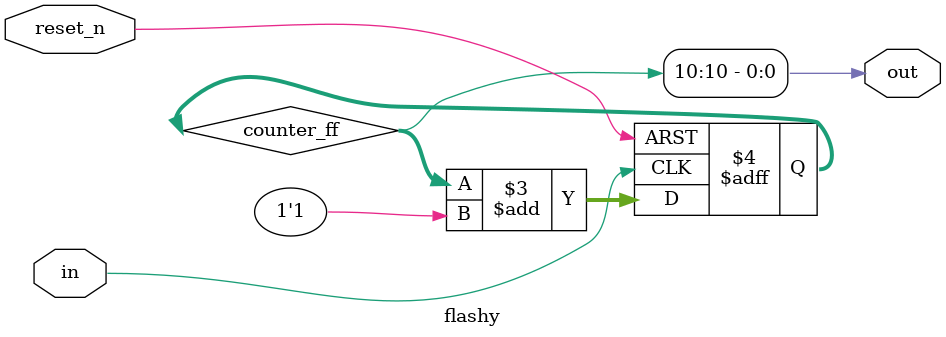
<source format=v>


module flashy
(
	input reset_n,
	input in,
	output out
);
	parameter TAP = 10;
	reg [TAP:0] counter_ff;
	always @(posedge in or negedge reset_n)
	if(!reset_n) begin
		counter_ff <= 0;
	end else begin
		counter_ff <= counter_ff + 1'b1;
	end
	assign out = counter_ff[TAP];
endmodule
</source>
